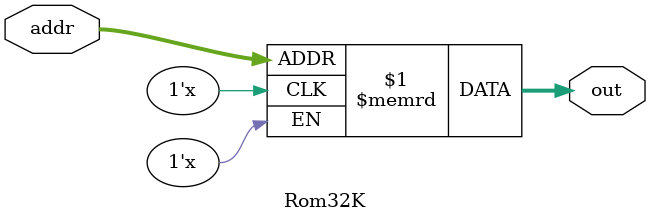
<source format=v>
`include "reg.v"
`include "mux.v"

module Ram8(out, in, addr, clk, ld);
  input [15:0] in;
  input clk, ld;
  input [2:0] addr;

  output [15:0] out;
  wire [15:0] o0, o1, o2, o3, o4, o5, o6, o7;

  DMux8Way g0(e0, e1, e2, e3, e4, e5, e6, e7, 1'b1, addr);

  And a0(l0, e0, ld); 
  And a1(l1, e1, ld); 
  And a2(l2, e2, ld);
  And a3(l3, e3, ld);
  And a4(l4, e4, ld);
  And a5(l5, e5, ld);
  And a6(l6, e6, ld);
  And a7(l7, e7, ld);

  Reg16 r0(o0, in, clk, l0);
  Reg16 r1(o1, in, clk, l1);
  Reg16 r2(o2, in, clk, l2);
  Reg16 r3(o3, in, clk, l3);
  Reg16 r4(o4, in, clk, l4);
  Reg16 r5(o5, in, clk, l5);
  Reg16 r6(o6, in, clk, l6);
  Reg16 r7(o7, in, clk, l7);

  Mux8Way16 g1(out, o0, o1, o2, o3, o4, o5, o6, o7, addr);
endmodule

module Ram64(out, in, addr, clk, ld);
  input [15:0] in;
  input clk, ld;
  input [5:0] addr;

  output [15:0] out;
  wire [15:0] o0, o1, o2, o3, o4, o5, o6, o7;

  DMux8Way g0(e0, e1, e2, e3, e4, e5, e6, e7, 1'b1, addr[5:3]);

  And a0(l0, e0, ld); 
  And a1(l1, e1, ld); 
  And a2(l2, e2, ld);
  And a3(l3, e3, ld);
  And a4(l4, e4, ld);
  And a5(l5, e5, ld);
  And a6(l6, e6, ld);
  And a7(l7, e7, ld);

  Ram8 r0(o0, in, addr[2:0], clk, l0);
  Ram8 r1(o1, in, addr[2:0], clk, l1);
  Ram8 r2(o2, in, addr[2:0], clk, l2);
  Ram8 r3(o3, in, addr[2:0], clk, l3);
  Ram8 r4(o4, in, addr[2:0], clk, l4);
  Ram8 r5(o5, in, addr[2:0], clk, l5);
  Ram8 r6(o6, in, addr[2:0], clk, l6);
  Ram8 r7(o7, in, addr[2:0], clk, l7);

  Mux8Way16 g1(out, o0, o1, o2, o3, o4, o5, o6, o7, addr[5:3]);
endmodule

/*
module Ram512(out, in, addr, clk, ld);
  input [15:0] in;
  input clk, ld;
  input [8:0] addr;

  output [15:0] out;
  wire [15:0] o0, o1, o2, o3, o4, o5, o6, o7;

  DMux8Way g0(e0, e1, e2, e3, e4, e5, e6, e7, 1'b1, addr[8:6]);

  And a0(l0, e0, ld); 
  And a1(l1, e1, ld); 
  And a2(l2, e2, ld);
  And a3(l3, e3, ld);
  And a4(l4, e4, ld);
  And a5(l5, e5, ld);
  And a6(l6, e6, ld);
  And a7(l7, e7, ld);

  Ram64 r0(o0, in, addr[5:0], clk, l0);
  Ram64 r1(o1, in, addr[5:0], clk, l1);
  Ram64 r2(o2, in, addr[5:0], clk, l2);
  Ram64 r3(o3, in, addr[5:0], clk, l3);
  Ram64 r4(o4, in, addr[5:0], clk, l4);
  Ram64 r5(o5, in, addr[5:0], clk, l5);
  Ram64 r6(o6, in, addr[5:0], clk, l6);
  Ram64 r7(o7, in, addr[5:0], clk, l7);

  Mux8Way16 g1(out, o0, o1, o2, o3, o4, o5, o6, o7, addr[8:6]);
endmodule 

module Ram4K(out, in, addr, clk, ld);
  input [15:0] in;
  input clk, ld;
  input [11:0] addr;

  output [15:0] out;
  wire [15:0] o0, o1, o2, o3, o4, o5, o6, o7;

  DMux8Way g0(e0, e1, e2, e3, e4, e5, e6, e7, 1'b1, addr[11:9]);

  And a0(l0, e0, ld); 
  And a1(l1, e1, ld); 
  And a2(l2, e2, ld);
  And a3(l3, e3, ld);
  And a4(l4, e4, ld);
  And a5(l5, e5, ld);
  And a6(l6, e6, ld);
  And a7(l7, e7, ld);

  Ram512 r0(o0, in, addr[8:0], clk, l0);
  Ram512 r1(o1, in, addr[8:0], clk, l1);
  Ram512 r2(o2, in, addr[8:0], clk, l2);
  Ram512 r3(o3, in, addr[8:0], clk, l3);
  Ram512 r4(o4, in, addr[8:0], clk, l4);
  Ram512 r5(o5, in, addr[8:0], clk, l5);
  Ram512 r6(o6, in, addr[8:0], clk, l6);
  Ram512 r7(o7, in, addr[8:0], clk, l7);

  Mux8Way16 g1(out, o0, o1, o2, o3, o4, o5, o6, o7, addr[11:9]);
endmodule

module Ram16K(out, in, addr, clk, ld);
  input [15:0] in;
  input clk, ld;
  input [13:0] addr;

  output [15:0] out;
  wire [15:0] o0, o1, o2, o3;

  DMux4Way g0(e0, e1, e2, e3, 1'b1, addr[13:12]);

  And a0(l0, e0, ld); 
  And a1(l1, e1, ld); 
  And a2(l2, e2, ld);
  And a3(l3, e3, ld);

  Ram4K r0(o0, in, addr[11:0], clk, l0);
  Ram4K r1(o1, in, addr[11:0], clk, l1);
  Ram4K r2(o2, in, addr[11:0], clk, l2);
  Ram4K r3(o3, in, addr[11:0], clk, l3);

  Mux4Way16 g1(out, o0, o1, o2, o3, addr[13:12]);
endmodule
*/

// above is too slow

module Ram16K(out, in, addr, clk, ld);
  input [15:0] in;
  input clk, ld;
  input [13:0] addr;

  output [15:0] out;
  reg [15:0] m[0:2**13-1];

  assign out = m[addr];

  always @ (posedge clk) begin
    if (ld) begin
      m[addr] = in;
    end
  end
endmodule

module Rom32K(output [15:0] out, input [14:0] addr);
  reg [15:0] m[0:2**14-1];

  assign out = m[addr];
endmodule

</source>
